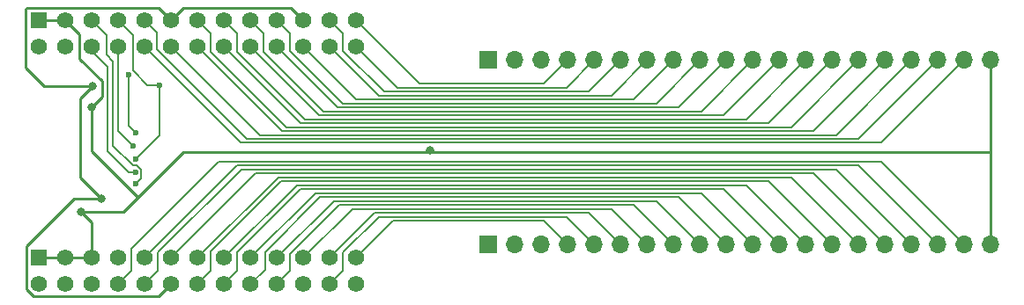
<source format=gbl>
G04 #@! TF.GenerationSoftware,KiCad,Pcbnew,(6.0.11-0)*
G04 #@! TF.CreationDate,2023-06-20T16:53:37+02:00*
G04 #@! TF.ProjectId,ft4232h_mini_module,66743432-3332-4685-9f6d-696e695f6d6f,A*
G04 #@! TF.SameCoordinates,Original*
G04 #@! TF.FileFunction,Copper,L2,Bot*
G04 #@! TF.FilePolarity,Positive*
%FSLAX46Y46*%
G04 Gerber Fmt 4.6, Leading zero omitted, Abs format (unit mm)*
G04 Created by KiCad (PCBNEW (6.0.11-0)) date 2023-06-20 16:53:37*
%MOMM*%
%LPD*%
G01*
G04 APERTURE LIST*
G04 #@! TA.AperFunction,ComponentPad*
%ADD10R,1.562100X1.562100*%
G04 #@! TD*
G04 #@! TA.AperFunction,ComponentPad*
%ADD11C,1.562100*%
G04 #@! TD*
G04 #@! TA.AperFunction,ComponentPad*
%ADD12R,1.700000X1.700000*%
G04 #@! TD*
G04 #@! TA.AperFunction,ComponentPad*
%ADD13O,1.700000X1.700000*%
G04 #@! TD*
G04 #@! TA.AperFunction,ViaPad*
%ADD14C,0.600000*%
G04 #@! TD*
G04 #@! TA.AperFunction,ViaPad*
%ADD15C,0.800000*%
G04 #@! TD*
G04 #@! TA.AperFunction,Conductor*
%ADD16C,0.127000*%
G04 #@! TD*
G04 #@! TA.AperFunction,Conductor*
%ADD17C,0.152400*%
G04 #@! TD*
G04 #@! TA.AperFunction,Conductor*
%ADD18C,0.254000*%
G04 #@! TD*
G04 APERTURE END LIST*
D10*
X101600000Y-110505000D03*
D11*
X101600000Y-113045000D03*
X104140000Y-110505000D03*
X104140000Y-113045000D03*
X106680000Y-110505000D03*
X106680000Y-113045000D03*
X109220000Y-110505000D03*
X109220000Y-113045000D03*
X111760000Y-110505000D03*
X111760000Y-113045000D03*
X114300000Y-110505000D03*
X114300000Y-113045000D03*
X116840000Y-110505000D03*
X116840000Y-113045000D03*
X119380000Y-110505000D03*
X119380000Y-113045000D03*
X121920000Y-110505000D03*
X121920000Y-113045000D03*
X124460000Y-110505000D03*
X124460000Y-113045000D03*
X127000000Y-110505000D03*
X127000000Y-113045000D03*
X129540000Y-110505000D03*
X129540000Y-113045000D03*
X132080000Y-110505000D03*
X132080000Y-113045000D03*
D10*
X101600000Y-87615000D03*
D11*
X101600000Y-90155000D03*
X104140000Y-87615000D03*
X104140000Y-90155000D03*
X106680000Y-87615000D03*
X106680000Y-90155000D03*
X109220000Y-87615000D03*
X109220000Y-90155000D03*
X111760000Y-87615000D03*
X111760000Y-90155000D03*
X114300000Y-87615000D03*
X114300000Y-90155000D03*
X116840000Y-87615000D03*
X116840000Y-90155000D03*
X119380000Y-87615000D03*
X119380000Y-90155000D03*
X121920000Y-87615000D03*
X121920000Y-90155000D03*
X124460000Y-87615000D03*
X124460000Y-90155000D03*
X127000000Y-87615000D03*
X127000000Y-90155000D03*
X129540000Y-87615000D03*
X129540000Y-90155000D03*
X132080000Y-87615000D03*
X132080000Y-90155000D03*
D12*
X144780000Y-91440000D03*
D13*
X147320000Y-91440000D03*
X149860000Y-91440000D03*
X152400000Y-91440000D03*
X154940000Y-91440000D03*
X157480000Y-91440000D03*
X160020000Y-91440000D03*
X162560000Y-91440000D03*
X165100000Y-91440000D03*
X167640000Y-91440000D03*
X170180000Y-91440000D03*
X172720000Y-91440000D03*
X175260000Y-91440000D03*
X177800000Y-91440000D03*
X180340000Y-91440000D03*
X182880000Y-91440000D03*
X185420000Y-91440000D03*
X187960000Y-91440000D03*
X190500000Y-91440000D03*
X193040000Y-91440000D03*
D12*
X144780000Y-109195000D03*
D13*
X147320000Y-109195000D03*
X149860000Y-109195000D03*
X152400000Y-109195000D03*
X154940000Y-109195000D03*
X157480000Y-109195000D03*
X160020000Y-109195000D03*
X162560000Y-109195000D03*
X165100000Y-109195000D03*
X167640000Y-109195000D03*
X170180000Y-109195000D03*
X172720000Y-109195000D03*
X175260000Y-109195000D03*
X177800000Y-109195000D03*
X180340000Y-109195000D03*
X182880000Y-109195000D03*
X185420000Y-109195000D03*
X187960000Y-109195000D03*
X190500000Y-109195000D03*
X193040000Y-109195000D03*
D14*
X110871000Y-100965000D03*
X113156250Y-93853750D03*
X110236000Y-92837000D03*
X110871000Y-98425000D03*
D15*
X139192000Y-100121000D03*
X106680000Y-96012000D03*
X105664000Y-106045000D03*
X106712725Y-93956391D03*
X107569000Y-104775000D03*
D14*
X110871000Y-103378000D03*
X110871000Y-102235000D03*
X110617000Y-99695000D03*
D16*
X110490000Y-109601000D02*
X110490000Y-111775000D01*
X182524000Y-101219000D02*
X118872000Y-101219000D01*
X118872000Y-101219000D02*
X110490000Y-109601000D01*
X190500000Y-109195000D02*
X182524000Y-101219000D01*
X110490000Y-111775000D02*
X109220000Y-113045000D01*
X187960000Y-109195000D02*
X180365000Y-101600000D01*
X180365000Y-101600000D02*
X120665000Y-101600000D01*
X120665000Y-101600000D02*
X111760000Y-110505000D01*
X185420000Y-109195000D02*
X178206000Y-101981000D01*
X178206000Y-101981000D02*
X121031000Y-101981000D01*
X113030000Y-109982000D02*
X113030000Y-111775000D01*
X121031000Y-101981000D02*
X113030000Y-109982000D01*
X113030000Y-111775000D02*
X111760000Y-113045000D01*
X122443000Y-102362000D02*
X114300000Y-110505000D01*
X182880000Y-109195000D02*
X176047000Y-102362000D01*
X176047000Y-102362000D02*
X122443000Y-102362000D01*
X180340000Y-109195000D02*
X173863099Y-102718099D01*
X124626901Y-102718099D02*
X116840000Y-110505000D01*
X173863099Y-102718099D02*
X124626901Y-102718099D01*
X177800000Y-109195000D02*
X171729000Y-103124000D01*
X118110000Y-109855000D02*
X118110000Y-111775000D01*
X118110000Y-111775000D02*
X116840000Y-113045000D01*
X124841000Y-103124000D02*
X118110000Y-109855000D01*
X171729000Y-103124000D02*
X124841000Y-103124000D01*
X175260000Y-109195000D02*
X169570000Y-103505000D01*
X169570000Y-103505000D02*
X126380000Y-103505000D01*
X126380000Y-103505000D02*
X119380000Y-110505000D01*
X120650000Y-111775000D02*
X119380000Y-113045000D01*
X172720000Y-109195000D02*
X167411000Y-103886000D01*
X167411000Y-103886000D02*
X126746000Y-103886000D01*
X120650000Y-109982000D02*
X120650000Y-111775000D01*
X126746000Y-103886000D02*
X120650000Y-109982000D01*
X170180000Y-109195000D02*
X165252000Y-104267000D01*
X165252000Y-104267000D02*
X128158000Y-104267000D01*
X128158000Y-104267000D02*
X121920000Y-110505000D01*
X167640000Y-109195000D02*
X163093000Y-104648000D01*
X123317000Y-111648000D02*
X121920000Y-113045000D01*
X163093000Y-104648000D02*
X128587500Y-104648000D01*
X128587500Y-104648000D02*
X123317000Y-109918500D01*
X123317000Y-109918500D02*
X123317000Y-111648000D01*
X129936000Y-105029000D02*
X124460000Y-110505000D01*
X160934000Y-105029000D02*
X129936000Y-105029000D01*
X165100000Y-109195000D02*
X160934000Y-105029000D01*
X162560000Y-109195000D02*
X158775000Y-105410000D01*
X125730000Y-111775000D02*
X124460000Y-113045000D01*
X130429000Y-105410000D02*
X125730000Y-110109000D01*
X125730000Y-110109000D02*
X125730000Y-111775000D01*
X158775000Y-105410000D02*
X130429000Y-105410000D01*
X160020000Y-109195000D02*
X156616000Y-105791000D01*
X156616000Y-105791000D02*
X131714000Y-105791000D01*
X131714000Y-105791000D02*
X127000000Y-110505000D01*
X133873000Y-106172000D02*
X129540000Y-110505000D01*
X154457000Y-106172000D02*
X133873000Y-106172000D01*
X157480000Y-109195000D02*
X154457000Y-106172000D01*
X134239000Y-106553000D02*
X130810000Y-109982000D01*
X152298000Y-106553000D02*
X134239000Y-106553000D01*
X154940000Y-109195000D02*
X152298000Y-106553000D01*
X130810000Y-111775000D02*
X129540000Y-113045000D01*
X130810000Y-109982000D02*
X130810000Y-111775000D01*
X150139000Y-106934000D02*
X152400000Y-109195000D01*
X132080000Y-110505000D02*
X135651000Y-106934000D01*
X135651000Y-106934000D02*
X150139000Y-106934000D01*
X113156250Y-93853750D02*
X113156250Y-98679750D01*
X112020668Y-93853750D02*
X110617000Y-92450082D01*
X113156250Y-98679750D02*
X110871000Y-100965000D01*
X113156250Y-93853750D02*
X112020668Y-93853750D01*
X110617000Y-89012000D02*
X109220000Y-87615000D01*
X110617000Y-92450082D02*
X110617000Y-89012000D01*
X112903000Y-88758000D02*
X111760000Y-87615000D01*
X121539000Y-99060000D02*
X112903000Y-90424000D01*
X112903000Y-90424000D02*
X112903000Y-88758000D01*
X187960000Y-91440000D02*
X180340000Y-99060000D01*
X180340000Y-99060000D02*
X121539000Y-99060000D01*
X182536000Y-99404000D02*
X121009000Y-99404000D01*
X190500000Y-91440000D02*
X182536000Y-99404000D01*
X121009000Y-99404000D02*
X111760000Y-90155000D01*
X185420000Y-91440000D02*
X178181000Y-98679000D01*
X178181000Y-98679000D02*
X122824000Y-98679000D01*
X122824000Y-98679000D02*
X114300000Y-90155000D01*
X125349000Y-97917000D02*
X173863000Y-97917000D01*
X118110000Y-88885000D02*
X118110000Y-90678000D01*
X116840000Y-87615000D02*
X118110000Y-88885000D01*
X173863000Y-97917000D02*
X180340000Y-91440000D01*
X118110000Y-90678000D02*
X125349000Y-97917000D01*
X176022000Y-98298000D02*
X124983000Y-98298000D01*
X182880000Y-91440000D02*
X176022000Y-98298000D01*
X124983000Y-98298000D02*
X116840000Y-90155000D01*
X120650000Y-88885000D02*
X119380000Y-87615000D01*
X120650000Y-90678000D02*
X120650000Y-88885000D01*
X169545000Y-97155000D02*
X127127000Y-97155000D01*
X175260000Y-91440000D02*
X169545000Y-97155000D01*
X127127000Y-97155000D02*
X120650000Y-90678000D01*
X177800000Y-91440000D02*
X171704000Y-97536000D01*
X126761000Y-97536000D02*
X119380000Y-90155000D01*
X171704000Y-97536000D02*
X126761000Y-97536000D01*
X128905000Y-96393000D02*
X123190000Y-90678000D01*
X170180000Y-91440000D02*
X165227000Y-96393000D01*
X165227000Y-96393000D02*
X128905000Y-96393000D01*
X123190000Y-90678000D02*
X123190000Y-88885000D01*
X123190000Y-88885000D02*
X121920000Y-87615000D01*
X128539000Y-96774000D02*
X121920000Y-90155000D01*
X172720000Y-91440000D02*
X167386000Y-96774000D01*
X167386000Y-96774000D02*
X128539000Y-96774000D01*
X125730000Y-88885000D02*
X124460000Y-87615000D01*
X130810000Y-95631000D02*
X125730000Y-90551000D01*
X125730000Y-90551000D02*
X125730000Y-88885000D01*
X160909000Y-95631000D02*
X130810000Y-95631000D01*
X165100000Y-91440000D02*
X160909000Y-95631000D01*
X167640000Y-91440000D02*
X163068000Y-96012000D01*
X163068000Y-96012000D02*
X130317000Y-96012000D01*
X130317000Y-96012000D02*
X124460000Y-90155000D01*
X158750000Y-95250000D02*
X132095000Y-95250000D01*
X162560000Y-91440000D02*
X158750000Y-95250000D01*
X132095000Y-95250000D02*
X127000000Y-90155000D01*
X130810000Y-90551000D02*
X130810000Y-88885000D01*
X154432000Y-94488000D02*
X134747000Y-94488000D01*
X130810000Y-88885000D02*
X129540000Y-87615000D01*
X157480000Y-91440000D02*
X154432000Y-94488000D01*
X134747000Y-94488000D02*
X130810000Y-90551000D01*
X160020000Y-91440000D02*
X156591000Y-94869000D01*
X156591000Y-94869000D02*
X134254000Y-94869000D01*
X134254000Y-94869000D02*
X129540000Y-90155000D01*
X150114000Y-93726000D02*
X138176000Y-93726000D01*
X152400000Y-91440000D02*
X150114000Y-93726000D01*
X138176000Y-93726000D02*
X132080000Y-87630000D01*
X136017000Y-94107000D02*
X132080000Y-90170000D01*
X154940000Y-91440000D02*
X152273000Y-94107000D01*
X152273000Y-94107000D02*
X136017000Y-94107000D01*
D17*
X110490000Y-98044000D02*
X110236000Y-97790000D01*
X110871000Y-98425000D02*
X110490000Y-98044000D01*
X110236000Y-92964000D02*
X110236000Y-92837000D01*
X110236000Y-97790000D02*
X110236000Y-92964000D01*
D18*
X138983000Y-100330000D02*
X139192000Y-100121000D01*
X193040000Y-100330000D02*
X139401000Y-100330000D01*
X193040000Y-91440000D02*
X193040000Y-100330000D01*
X115443000Y-100330000D02*
X138983000Y-100330000D01*
X107696000Y-94996000D02*
X107696000Y-93472000D01*
X104140000Y-87615000D02*
X101600000Y-87615000D01*
X106680000Y-110505000D02*
X101600000Y-110505000D01*
X105517950Y-88992950D02*
X104140000Y-87615000D01*
X106680000Y-107061000D02*
X105664000Y-106045000D01*
X105517950Y-91293950D02*
X105517950Y-88992950D01*
X106680000Y-110505000D02*
X106680000Y-107061000D01*
X106680000Y-100203000D02*
X111061500Y-104584500D01*
X109728000Y-106045000D02*
X105664000Y-106045000D01*
X193040000Y-100330000D02*
X193040000Y-109195000D01*
X107696000Y-93472000D02*
X105517950Y-91293950D01*
X111188500Y-104584500D02*
X109728000Y-106045000D01*
X139401000Y-100330000D02*
X139192000Y-100121000D01*
X111061500Y-104584500D02*
X111188500Y-104584500D01*
X106680000Y-96012000D02*
X107696000Y-94996000D01*
X111188500Y-104584500D02*
X115443000Y-100330000D01*
X106680000Y-96012000D02*
X106680000Y-100203000D01*
X106712725Y-93956391D02*
X102084391Y-93956391D01*
X105537000Y-102743000D02*
X105537000Y-95132116D01*
X100437950Y-109342950D02*
X100437950Y-113525630D01*
X102084391Y-93956391D02*
X100330000Y-92202000D01*
X105005900Y-104775000D02*
X100437950Y-109342950D01*
X113137950Y-86452950D02*
X100437950Y-86452950D01*
X101119370Y-114207050D02*
X113137950Y-114207050D01*
X105537000Y-95132116D02*
X106712725Y-93956391D01*
X125837950Y-86452950D02*
X115462050Y-86452950D01*
X127000000Y-87615000D02*
X125837950Y-86452950D01*
X107569000Y-104775000D02*
X105005900Y-104775000D01*
X100437950Y-113525630D02*
X101119370Y-114207050D01*
X100330000Y-86560900D02*
X100330000Y-92202000D01*
X114300000Y-87615000D02*
X113137950Y-86452950D01*
X100437950Y-86452950D02*
X100330000Y-86560900D01*
X113137950Y-114207050D02*
X114300000Y-113045000D01*
X107569000Y-104775000D02*
X105537000Y-102743000D01*
X115462050Y-86452950D02*
X114300000Y-87615000D01*
D16*
X111414000Y-102835000D02*
X110871000Y-103378000D01*
X108077000Y-90932000D02*
X108712000Y-91567000D01*
X108712000Y-99689082D02*
X110622918Y-101600000D01*
X108712000Y-91567000D02*
X108712000Y-99689082D01*
X111414000Y-102010082D02*
X111414000Y-102835000D01*
X111003918Y-101600000D02*
X111414000Y-102010082D01*
X106680000Y-87615000D02*
X108077000Y-89012000D01*
X110622918Y-101600000D02*
X111003918Y-101600000D01*
X108077000Y-89012000D02*
X108077000Y-90932000D01*
X108204000Y-92075000D02*
X108204000Y-100203000D01*
X106680000Y-90551000D02*
X108204000Y-92075000D01*
X110236000Y-102235000D02*
X110871000Y-102235000D01*
X108204000Y-100203000D02*
X110236000Y-102235000D01*
X106680000Y-90155000D02*
X106680000Y-90551000D01*
X109220000Y-90155000D02*
X109220000Y-98298000D01*
X109220000Y-98298000D02*
X110617000Y-99695000D01*
M02*

</source>
